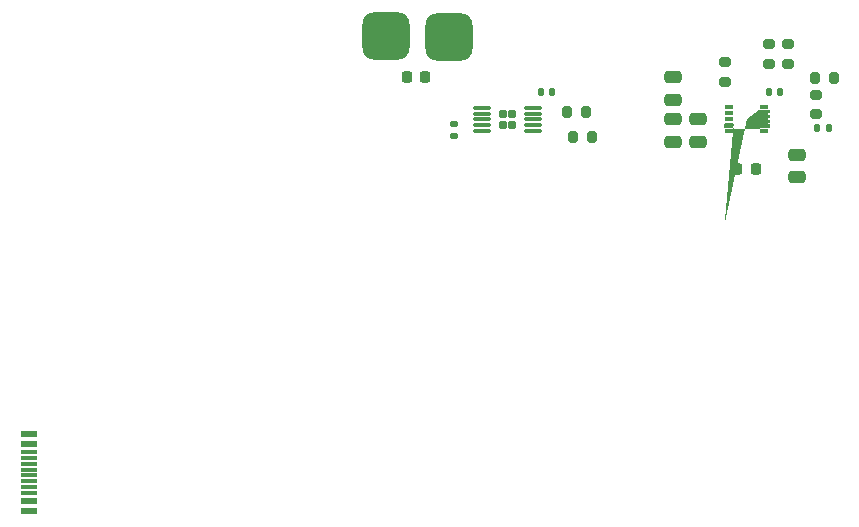
<source format=gbr>
%TF.GenerationSoftware,KiCad,Pcbnew,7.0.9*%
%TF.CreationDate,2024-03-17T17:30:52-07:00*%
%TF.ProjectId,PiEmulator,5069456d-756c-4617-946f-722e6b696361,rev?*%
%TF.SameCoordinates,Original*%
%TF.FileFunction,Paste,Bot*%
%TF.FilePolarity,Positive*%
%FSLAX46Y46*%
G04 Gerber Fmt 4.6, Leading zero omitted, Abs format (unit mm)*
G04 Created by KiCad (PCBNEW 7.0.9) date 2024-03-17 17:30:52*
%MOMM*%
%LPD*%
G01*
G04 APERTURE LIST*
G04 Aperture macros list*
%AMRoundRect*
0 Rectangle with rounded corners*
0 $1 Rounding radius*
0 $2 $3 $4 $5 $6 $7 $8 $9 X,Y pos of 4 corners*
0 Add a 4 corners polygon primitive as box body*
4,1,4,$2,$3,$4,$5,$6,$7,$8,$9,$2,$3,0*
0 Add four circle primitives for the rounded corners*
1,1,$1+$1,$2,$3*
1,1,$1+$1,$4,$5*
1,1,$1+$1,$6,$7*
1,1,$1+$1,$8,$9*
0 Add four rect primitives between the rounded corners*
20,1,$1+$1,$2,$3,$4,$5,0*
20,1,$1+$1,$4,$5,$6,$7,0*
20,1,$1+$1,$6,$7,$8,$9,0*
20,1,$1+$1,$8,$9,$2,$3,0*%
%AMFreePoly0*
4,1,77,1.115355,0.835355,1.130000,0.800000,1.130000,0.770000,1.900000,0.770000,1.935355,0.755355,1.950000,0.720000,1.950000,0.520000,1.935355,0.484645,1.900000,0.470000,1.130000,0.470000,1.130000,0.360000,1.900000,0.360000,1.935355,0.345355,1.950000,0.310000,1.950000,0.110000,1.935355,0.074645,1.900000,0.060000,1.130000,0.060000,1.130000,-0.050000,1.900000,-0.050000,
1.935355,-0.064645,1.950000,-0.100000,1.950000,-0.300000,1.935355,-0.335355,1.900000,-0.350000,1.130000,-0.350000,1.130000,-0.460000,1.900000,-0.460000,1.935355,-0.474645,1.950000,-0.510000,1.950000,-0.710000,1.935355,-0.745355,1.900000,-0.760000,1.130000,-0.760000,1.130000,-0.800000,1.115355,-0.835355,1.080000,-0.850000,-1.070000,-0.850000,-1.105355,-0.835355,-1.120000,-0.800000,
-1.120000,-0.760000,-1.900000,-0.760000,-1.935355,-0.745355,-1.950000,-0.710000,-1.950000,-0.510000,-1.935355,-0.474645,-1.900000,-0.460000,-1.120000,-0.460000,-1.120000,-0.350000,-1.900000,-0.350000,-1.935355,-0.335355,-1.950000,-0.300000,-1.950000,-0.100000,-1.935355,-0.064645,-1.900000,-0.050000,-1.120000,-0.050000,-1.120000,0.060000,-1.900000,0.060000,-1.935355,0.074645,-1.950000,0.110000,
-1.950000,0.310000,-1.935355,0.345355,-1.900000,0.360000,-1.120000,0.360000,-1.120000,0.470000,-1.900000,0.470000,-1.935355,0.484645,-1.950000,0.520000,-1.950000,0.720000,-1.935355,0.755355,-1.900000,0.770000,-1.120000,0.770000,-1.120000,0.800000,-1.105355,0.835355,-1.070000,0.850000,1.080000,0.850000,1.115355,0.835355,1.115355,0.835355,$1*%
G04 Aperture macros list end*
%ADD10RoundRect,0.135000X-0.135000X-0.185000X0.135000X-0.185000X0.135000X0.185000X-0.135000X0.185000X0*%
%ADD11R,0.800000X0.300000*%
%ADD12FreePoly0,90.000000*%
%ADD13R,1.450000X0.600000*%
%ADD14R,1.450000X0.300000*%
%ADD15RoundRect,0.250000X0.475000X-0.250000X0.475000X0.250000X-0.475000X0.250000X-0.475000X-0.250000X0*%
%ADD16RoundRect,0.157500X0.157500X0.222500X-0.157500X0.222500X-0.157500X-0.222500X0.157500X-0.222500X0*%
%ADD17RoundRect,0.075000X0.650000X0.075000X-0.650000X0.075000X-0.650000X-0.075000X0.650000X-0.075000X0*%
%ADD18RoundRect,0.200000X0.275000X-0.200000X0.275000X0.200000X-0.275000X0.200000X-0.275000X-0.200000X0*%
%ADD19RoundRect,0.135000X0.185000X-0.135000X0.185000X0.135000X-0.185000X0.135000X-0.185000X-0.135000X0*%
%ADD20RoundRect,1.000000X1.000000X-1.000000X1.000000X1.000000X-1.000000X1.000000X-1.000000X-1.000000X0*%
%ADD21RoundRect,0.200000X-0.275000X0.200000X-0.275000X-0.200000X0.275000X-0.200000X0.275000X0.200000X0*%
%ADD22RoundRect,0.250000X-0.475000X0.250000X-0.475000X-0.250000X0.475000X-0.250000X0.475000X0.250000X0*%
%ADD23RoundRect,0.225000X0.225000X0.250000X-0.225000X0.250000X-0.225000X-0.250000X0.225000X-0.250000X0*%
%ADD24RoundRect,0.140000X0.140000X0.170000X-0.140000X0.170000X-0.140000X-0.170000X0.140000X-0.170000X0*%
%ADD25RoundRect,0.218750X-0.218750X-0.256250X0.218750X-0.256250X0.218750X0.256250X-0.218750X0.256250X0*%
%ADD26RoundRect,0.140000X-0.140000X-0.170000X0.140000X-0.170000X0.140000X0.170000X-0.140000X0.170000X0*%
%ADD27RoundRect,0.200000X-0.200000X-0.275000X0.200000X-0.275000X0.200000X0.275000X-0.200000X0.275000X0*%
%ADD28RoundRect,0.200000X0.200000X0.275000X-0.200000X0.275000X-0.200000X-0.275000X0.200000X-0.275000X0*%
%ADD29RoundRect,1.000000X-1.000000X1.000000X-1.000000X-1.000000X1.000000X-1.000000X1.000000X1.000000X0*%
G04 APERTURE END LIST*
D10*
%TO.C,R9*%
X134010500Y-83820000D03*
X135030500Y-83820000D03*
%TD*%
D11*
%TO.C,U4*%
X126565500Y-84042000D03*
X126565500Y-83542000D03*
X126565500Y-83042000D03*
X126565500Y-82542000D03*
X126565500Y-82042000D03*
X129565500Y-82042000D03*
X129565500Y-82542000D03*
X129565500Y-83042000D03*
X129565500Y-83542000D03*
X129565500Y-84042000D03*
D12*
X128065500Y-83042000D03*
%TD*%
D13*
%TO.C,J3*%
X67310000Y-116205000D03*
X67310000Y-115405000D03*
D14*
X67310000Y-114205000D03*
X67310000Y-113205000D03*
X67310000Y-112705000D03*
X67310000Y-111705000D03*
D13*
X67310000Y-110505000D03*
X67310000Y-109705000D03*
X67310000Y-109705000D03*
X67310000Y-110505000D03*
D14*
X67310000Y-111205000D03*
X67310000Y-112205000D03*
X67310000Y-113705000D03*
X67310000Y-114705000D03*
D13*
X67310000Y-115405000D03*
X67310000Y-116205000D03*
%TD*%
D15*
%TO.C,C6*%
X121818500Y-84963000D03*
X121818500Y-83063000D03*
%TD*%
D16*
%TO.C,U3*%
X108236000Y-83533000D03*
X108236000Y-82593000D03*
X107456000Y-83533000D03*
X107456000Y-82593000D03*
D17*
X109996000Y-82063000D03*
X109996000Y-82563000D03*
X109996000Y-83063000D03*
X109996000Y-83563000D03*
X109996000Y-84063000D03*
X105696000Y-84063000D03*
X105696000Y-83563000D03*
X105696000Y-83063000D03*
X105696000Y-82563000D03*
X105696000Y-82063000D03*
%TD*%
D18*
%TO.C,R10*%
X133948500Y-82613000D03*
X133948500Y-80963000D03*
%TD*%
D19*
%TO.C,R5*%
X103251000Y-84455000D03*
X103251000Y-83435000D03*
%TD*%
D15*
%TO.C,C5*%
X123977500Y-84963000D03*
X123977500Y-83063000D03*
%TD*%
D20*
%TO.C,J1*%
X102883000Y-76086000D03*
%TD*%
D21*
%TO.C,R6*%
X129946500Y-76709000D03*
X129946500Y-78359000D03*
%TD*%
D22*
%TO.C,C3*%
X132359500Y-86045000D03*
X132359500Y-87945000D03*
%TD*%
D18*
%TO.C,R7*%
X131597500Y-78359000D03*
X131597500Y-76709000D03*
%TD*%
D23*
%TO.C,C2*%
X100851000Y-79502000D03*
X99301000Y-79502000D03*
%TD*%
D22*
%TO.C,C7*%
X121818500Y-79507000D03*
X121818500Y-81407000D03*
%TD*%
D24*
%TO.C,C4*%
X130934500Y-80772000D03*
X129974500Y-80772000D03*
%TD*%
D25*
%TO.C,L1*%
X127254000Y-87249000D03*
X128829000Y-87249000D03*
%TD*%
D26*
%TO.C,C1*%
X110645000Y-80772000D03*
X111605000Y-80772000D03*
%TD*%
D27*
%TO.C,R2*%
X113348000Y-84582000D03*
X114998000Y-84582000D03*
%TD*%
D18*
%TO.C,R8*%
X126263500Y-79883000D03*
X126263500Y-78233000D03*
%TD*%
D28*
%TO.C,R11*%
X135472500Y-79518000D03*
X133822500Y-79518000D03*
%TD*%
D27*
%TO.C,R1*%
X112840000Y-82423000D03*
X114490000Y-82423000D03*
%TD*%
D29*
%TO.C,J2*%
X97549000Y-75959000D03*
%TD*%
M02*

</source>
